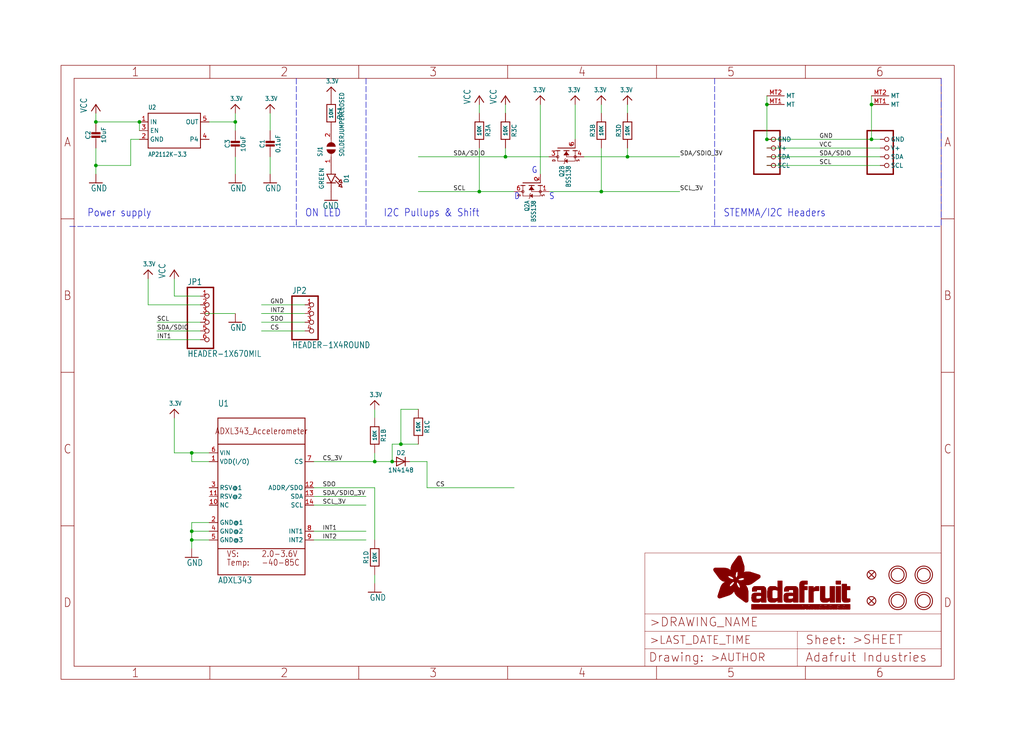
<source format=kicad_sch>
(kicad_sch (version 20211123) (generator eeschema)
  (paper "User" 298.45 217.881)
  (lib_symbols
    (symbol "eagleSchem-eagle-import:3.3V" (power)
      (property "Value" "3.3V" (at -1.524 1.016 0))
      (symbol "3.3V_1_0"
        (pin power_in line (at 0 -2.54 90) (length 2.54) (name "3.3V") (number "1"))
      )
    )
    (symbol "eagleSchem-eagle-import:ACCEL_ADXL343"
      (property "Reference" "U" (at -12.7 26.162 0))
      (property "Value" "ACCEL_ADXL343" (at -12.7 -25.4 0))
      (symbol "ACCEL_ADXL343_1_0"
        (text "-40-85C" (at 0 -20.32 0) (effects (font (size 1.778 1.5113)) (justify left bottom)))
        (text "2.0-3.6V" (at 0 -17.78 0) (effects (font (size 1.778 1.5113)) (justify left bottom)))
        (text "ADXL343_Accelerometer" (at 0 19.05 0) (effects (font (size 1.778 1.5113))))
        (text "Temp:" (at -10.16 -20.32 0) (effects (font (size 1.778 1.5113)) (justify left bottom)))
        (text "VS:" (at -10.16 -17.78 0) (effects (font (size 1.778 1.5113)) (justify left bottom)))
        (pin bidirectional line (at -15.24 10.16 0) (length 2.54) (name "VDD(I/O)") (number "1"))
        (pin bidirectional line (at -15.24 -2.54 0) (length 2.54) (name "NC") (number "10"))
        (pin bidirectional line (at -15.24 0 0) (length 2.54) (name "RSV@2") (number "11"))
        (pin bidirectional line (at 15.24 2.54 180) (length 2.54) (name "ADDR/SDO") (number "12"))
        (pin bidirectional line (at 15.24 0 180) (length 2.54) (name "SDA") (number "13"))
        (pin bidirectional line (at 15.24 -2.54 180) (length 2.54) (name "SCL") (number "14"))
        (pin bidirectional line (at -15.24 -7.62 0) (length 2.54) (name "GND@1") (number "2"))
        (pin bidirectional line (at -15.24 2.54 0) (length 2.54) (name "RSV@1") (number "3"))
        (pin bidirectional line (at -15.24 -10.16 0) (length 2.54) (name "GND@2") (number "4"))
        (pin bidirectional line (at -15.24 -12.7 0) (length 2.54) (name "GND@3") (number "5"))
        (pin bidirectional line (at -15.24 12.7 0) (length 2.54) (name "VIN") (number "6"))
        (pin bidirectional line (at 15.24 10.16 180) (length 2.54) (name "CS") (number "7"))
        (pin bidirectional line (at 15.24 -10.16 180) (length 2.54) (name "INT1") (number "8"))
        (pin bidirectional line (at 15.24 -12.7 180) (length 2.54) (name "INT2") (number "9"))
      )
    )
    (symbol "eagleSchem-eagle-import:CAP_CERAMIC0603_NO"
      (property "Reference" "C" (at -2.29 1.25 90))
      (property "Value" "CAP_CERAMIC0603_NO" (at 2.3 1.25 90))
      (symbol "CAP_CERAMIC0603_NO_1_0"
        (pin passive line (at 0 5.08 270) (length 2.54) (name "1") (number "1"))
        (pin passive line (at 0 -2.54 90) (length 2.54) (name "2") (number "2"))
      )
    )
    (symbol "eagleSchem-eagle-import:CAP_CERAMIC0805-NOOUTLINE"
      (property "Reference" "C" (at -2.29 1.25 90))
      (property "Value" "CAP_CERAMIC0805-NOOUTLINE" (at 2.3 1.25 90))
      (symbol "CAP_CERAMIC0805-NOOUTLINE_1_0"
        (pin passive line (at 0 5.08 270) (length 2.54) (name "1") (number "1"))
        (pin passive line (at 0 -2.54 90) (length 2.54) (name "2") (number "2"))
      )
    )
    (symbol "eagleSchem-eagle-import:CAP_CERAMIC_0805MP"
      (property "Reference" "C" (at -2.29 1.25 90))
      (property "Value" "CAP_CERAMIC_0805MP" (at 2.3 1.25 90))
      (symbol "CAP_CERAMIC_0805MP_1_0"
        (pin passive line (at 0 5.08 270) (length 2.54) (name "1") (number "1"))
        (pin passive line (at 0 -2.54 90) (length 2.54) (name "2") (number "2"))
      )
    )
    (symbol "eagleSchem-eagle-import:DIODESOD-323"
      (property "Reference" "D" (at 0 2.54 0))
      (property "Value" "DIODESOD-323" (at 0 -2.5 0))
      (symbol "DIODESOD-323_1_0"
        (pin passive line (at -2.54 0 0) (length 2.54) (name "A") (number "A"))
        (pin passive line (at 2.54 0 180) (length 2.54) (name "C") (number "C"))
      )
    )
    (symbol "eagleSchem-eagle-import:FIDUCIAL_1MM")
    (symbol "eagleSchem-eagle-import:FRAME_A4_ADAFRUIT"
      (symbol "FRAME_A4_ADAFRUIT_0_0"
        (text "1" (at 21.6958 1.905 0) (effects (font (size 2.54 2.286))))
        (text "1" (at 21.6958 177.165 0) (effects (font (size 2.54 2.286))))
        (text "2" (at 65.0875 1.905 0) (effects (font (size 2.54 2.286))))
        (text "2" (at 65.0875 177.165 0) (effects (font (size 2.54 2.286))))
        (text "3" (at 108.4792 1.905 0) (effects (font (size 2.54 2.286))))
        (text "3" (at 108.4792 177.165 0) (effects (font (size 2.54 2.286))))
        (text "4" (at 151.8708 1.905 0) (effects (font (size 2.54 2.286))))
        (text "4" (at 151.8708 177.165 0) (effects (font (size 2.54 2.286))))
        (text "5" (at 195.2625 1.905 0) (effects (font (size 2.54 2.286))))
        (text "5" (at 195.2625 177.165 0) (effects (font (size 2.54 2.286))))
        (text "6" (at 238.6542 1.905 0) (effects (font (size 2.54 2.286))))
        (text "6" (at 238.6542 177.165 0) (effects (font (size 2.54 2.286))))
        (text "A" (at 1.905 156.6863 0) (effects (font (size 2.54 2.286))))
        (text "A" (at 258.445 156.6863 0) (effects (font (size 2.54 2.286))))
        (text "B" (at 1.905 111.9188 0) (effects (font (size 2.54 2.286))))
        (text "B" (at 258.445 111.9188 0) (effects (font (size 2.54 2.286))))
        (text "C" (at 1.905 67.1513 0) (effects (font (size 2.54 2.286))))
        (text "C" (at 258.445 67.1513 0) (effects (font (size 2.54 2.286))))
        (text "D" (at 1.905 22.3838 0) (effects (font (size 2.54 2.286))))
        (text "D" (at 258.445 22.3838 0) (effects (font (size 2.54 2.286))))
      )
      (symbol "FRAME_A4_ADAFRUIT_1_0"
        (text ">AUTHOR" (at 189.23 5.08 0) (effects (font (size 2.286 2.286)) (justify left bottom)))
        (text ">DRAWING_NAME" (at 171.45 15.24 0) (effects (font (size 2.54 2.54)) (justify left bottom)))
        (text ">LAST_DATE_TIME" (at 171.45 10.16 0) (effects (font (size 2.286 2.286)) (justify left bottom)))
        (text ">SHEET" (at 230.505 10.16 0) (effects (font (size 2.54 2.54)) (justify left bottom)))
        (text "Adafruit Industries" (at 216.916 4.953 0) (effects (font (size 2.54 2.54)) (justify left bottom)))
        (text "Drawing:" (at 171.196 4.953 0) (effects (font (size 2.54 2.54)) (justify left bottom)))
        (text "Sheet:" (at 216.916 10.033 0) (effects (font (size 2.54 2.54)) (justify left bottom)))
      )
    )
    (symbol "eagleSchem-eagle-import:GND" (power)
      (property "Value" "GND" (at -2.54 -2.54 0))
      (symbol "GND_1_0"
        (pin power_in line (at 0 2.54 270) (length 2.54) (name "GND") (number "1"))
      )
    )
    (symbol "eagleSchem-eagle-import:HEADER-1X4ROUND"
      (property "Reference" "JP" (at -6.35 8.255 0))
      (property "Value" "HEADER-1X4ROUND" (at -6.35 -7.62 0))
      (symbol "HEADER-1X4ROUND_1_0"
        (pin passive inverted (at -2.54 5.08 0) (length 2.54) (name "1") (number "1"))
        (pin passive inverted (at -2.54 2.54 0) (length 2.54) (name "2") (number "2"))
        (pin passive inverted (at -2.54 0 0) (length 2.54) (name "3") (number "3"))
        (pin passive inverted (at -2.54 -2.54 0) (length 2.54) (name "4") (number "4"))
      )
    )
    (symbol "eagleSchem-eagle-import:HEADER-1X670MIL"
      (property "Reference" "JP" (at -6.35 10.795 0))
      (property "Value" "HEADER-1X670MIL" (at -6.35 -10.16 0))
      (symbol "HEADER-1X670MIL_1_0"
        (pin passive inverted (at -2.54 7.62 0) (length 2.54) (name "1") (number "1"))
        (pin passive inverted (at -2.54 5.08 0) (length 2.54) (name "2") (number "2"))
        (pin passive inverted (at -2.54 2.54 0) (length 2.54) (name "3") (number "3"))
        (pin passive inverted (at -2.54 0 0) (length 2.54) (name "4") (number "4"))
        (pin passive inverted (at -2.54 -2.54 0) (length 2.54) (name "5") (number "5"))
        (pin passive inverted (at -2.54 -5.08 0) (length 2.54) (name "6") (number "6"))
      )
    )
    (symbol "eagleSchem-eagle-import:LED0603_NOOUTLINE"
      (property "Reference" "D" (at -1.27 4.445 0))
      (property "Value" "LED0603_NOOUTLINE" (at -1.27 -2.794 0))
      (symbol "LED0603_NOOUTLINE_1_0"
        (pin passive line (at -5.08 0 0) (length 2.54) (name "A") (number "A"))
        (pin passive line (at 2.54 0 180) (length 2.54) (name "C") (number "C"))
      )
    )
    (symbol "eagleSchem-eagle-import:MOSFET-N_DUAL"
      (property "Reference" "Q" (at 5.08 0.635 0))
      (property "Value" "MOSFET-N_DUAL" (at 5.08 -1.27 0))
      (symbol "MOSFET-N_DUAL_1_0"
        (text "D" (at 3.175 3.175 0) (effects (font (size 0.8128 0.6908)) (justify left bottom)))
        (text "G" (at -1.27 -1.905 0) (effects (font (size 0.8128 0.6908)) (justify left bottom)))
        (text "S" (at 3.175 -3.81 0) (effects (font (size 0.8128 0.6908)) (justify left bottom)))
        (pin bidirectional line (at 2.54 -5.08 90) (length 2.54) (name "S") (number "1"))
        (pin bidirectional line (at -2.54 -2.54 0) (length 2.54) (name "G") (number "2"))
        (pin bidirectional line (at 2.54 5.08 270) (length 2.54) (name "D") (number "6"))
      )
      (symbol "MOSFET-N_DUAL_2_0"
        (text "D" (at 3.175 3.175 0) (effects (font (size 0.8128 0.6908)) (justify left bottom)))
        (text "G" (at -1.27 -1.905 0) (effects (font (size 0.8128 0.6908)) (justify left bottom)))
        (text "S" (at 3.175 -3.81 0) (effects (font (size 0.8128 0.6908)) (justify left bottom)))
        (pin bidirectional line (at 2.54 5.08 270) (length 2.54) (name "D") (number "3"))
        (pin bidirectional line (at 2.54 -5.08 90) (length 2.54) (name "S") (number "4"))
        (pin bidirectional line (at -2.54 -2.54 0) (length 2.54) (name "G") (number "5"))
      )
    )
    (symbol "eagleSchem-eagle-import:MOUNTINGHOLE2.5")
    (symbol "eagleSchem-eagle-import:RESISTOR_4PACK"
      (property "Reference" "R" (at 0 2.54 0))
      (property "Value" "RESISTOR_4PACK" (at 0 0 0))
      (symbol "RESISTOR_4PACK_1_0"
        (pin passive line (at -5.08 0 0) (length 2.54) (name "1") (number "1"))
        (pin passive line (at 5.08 0 180) (length 2.54) (name "2") (number "8"))
      )
      (symbol "RESISTOR_4PACK_2_0"
        (pin passive line (at -5.08 0 0) (length 2.54) (name "1") (number "2"))
        (pin passive line (at 5.08 0 180) (length 2.54) (name "2") (number "7"))
      )
      (symbol "RESISTOR_4PACK_3_0"
        (pin passive line (at -5.08 0 0) (length 2.54) (name "1") (number "3"))
        (pin passive line (at 5.08 0 180) (length 2.54) (name "2") (number "6"))
      )
      (symbol "RESISTOR_4PACK_4_0"
        (pin passive line (at -5.08 0 0) (length 2.54) (name "1") (number "4"))
        (pin passive line (at 5.08 0 180) (length 2.54) (name "2") (number "5"))
      )
    )
    (symbol "eagleSchem-eagle-import:SOLDERJUMPERCLOSED"
      (property "Reference" "SJ" (at -2.54 2.54 0))
      (property "Value" "SOLDERJUMPERCLOSED" (at -2.54 -3.81 0))
      (symbol "SOLDERJUMPERCLOSED_1_0"
        (pin passive line (at -5.08 0 0) (length 2.54) (name "1") (number "1"))
        (pin passive line (at 5.08 0 180) (length 2.54) (name "2") (number "2"))
      )
    )
    (symbol "eagleSchem-eagle-import:STEMMA_I2C_QT"
      (symbol "STEMMA_I2C_QT_1_0"
        (pin passive inverted (at 0 5.08 0) (length 2.54) (name "GND") (number "1"))
        (pin passive inverted (at 0 2.54 0) (length 2.54) (name "V+") (number "2"))
        (pin passive inverted (at 0 0 0) (length 2.54) (name "SDA") (number "3"))
        (pin passive inverted (at 0 -2.54 0) (length 2.54) (name "SCL") (number "4"))
      )
      (symbol "STEMMA_I2C_QT_2_0"
        (pin bidirectional line (at 0 0 0) (length 5.08) (name "MT") (number "MT1"))
      )
      (symbol "STEMMA_I2C_QT_3_0"
        (pin bidirectional line (at 0 0 0) (length 5.08) (name "MT") (number "MT2"))
      )
    )
    (symbol "eagleSchem-eagle-import:VCC" (power)
      (property "Value" "VCC" (at -2.54 -2.54 90))
      (symbol "VCC_1_0"
        (pin power_in line (at 0 -2.54 90) (length 2.54) (name "VCC") (number "1"))
      )
    )
    (symbol "eagleSchem-eagle-import:VREG_SOT23-5"
      (property "Reference" "U" (at -7.62 6.096 0))
      (property "Value" "VREG_SOT23-5" (at -7.62 -7.62 0))
      (symbol "VREG_SOT23-5_1_0"
        (pin power_in line (at -10.16 2.54 0) (length 2.54) (name "IN") (number "1"))
        (pin power_in line (at -10.16 -2.54 0) (length 2.54) (name "GND") (number "2"))
        (pin input line (at -10.16 0 0) (length 2.54) (name "EN") (number "3"))
        (pin bidirectional line (at 10.16 -2.54 180) (length 2.54) (name "P4") (number "4"))
        (pin power_in line (at 10.16 2.54 180) (length 2.54) (name "OUT") (number "5"))
      )
    )
  )
  (junction (at 147.32 45.72))
  (junction (at 27.94 48.26))
  (junction (at 254 40.64))
  (junction (at 139.7 55.88))
  (junction (at 114.3 134.62))
  (junction (at 254 30.48))
  (junction (at 55.88 132.08))
  (junction (at 223.52 40.64))
  (junction (at 182.88 45.72))
  (junction (at 223.52 30.48))
  (junction (at 109.22 134.62))
  (junction (at 68.58 35.56))
  (junction (at 40.64 35.56))
  (junction (at 175.26 55.88))
  (junction (at 27.94 35.56))
  (junction (at 55.88 154.94))
  (junction (at 55.88 157.48))
  (junction (at 116.84 129.54))
  (wire (pts (xy 109.22 167.64) (xy 109.22 170.18)))
  (wire (pts (xy 58.42 86.36) (xy 50.8 86.36)))
  (wire (pts (xy 139.7 55.88) (xy 121.92 55.88)))
  (wire (pts (xy 78.74 33.02) (xy 78.74 38.1)))
  (wire (pts (xy 109.22 134.62) (xy 91.44 134.62)))
  (wire (pts (xy 175.26 43.18) (xy 175.26 55.88)))
  (wire (pts (xy 38.1 40.64) (xy 38.1 48.26)))
  (wire (pts (xy 68.58 35.56) (xy 68.58 38.1)))
  (wire (pts (xy 114.3 134.62) (xy 114.3 129.54)))
  (wire (pts (xy 256.54 40.64) (xy 254 40.64)))
  (wire (pts (xy 58.42 88.9) (xy 43.18 88.9)))
  (wire (pts (xy 147.32 33.02) (xy 147.32 30.48)))
  (wire (pts (xy 160.02 55.88) (xy 175.26 55.88)))
  (wire (pts (xy 182.88 33.02) (xy 182.88 30.48)))
  (wire (pts (xy 60.96 35.56) (xy 68.58 35.56)))
  (wire (pts (xy 68.58 35.56) (xy 68.58 33.02)))
  (polyline (pts (xy 86.36 66.04) (xy 106.68 66.04)))
  (polyline (pts (xy 208.28 22.86) (xy 208.28 66.04)))
  (wire (pts (xy 60.96 152.4) (xy 55.88 152.4)))
  (wire (pts (xy 58.42 99.06) (xy 45.72 99.06)))
  (wire (pts (xy 157.48 50.8) (xy 157.48 30.48)))
  (wire (pts (xy 116.84 129.54) (xy 121.92 129.54)))
  (wire (pts (xy 223.52 27.94) (xy 223.52 30.48)))
  (wire (pts (xy 139.7 30.48) (xy 139.7 33.02)))
  (wire (pts (xy 182.88 45.72) (xy 198.12 45.72)))
  (wire (pts (xy 170.18 45.72) (xy 182.88 45.72)))
  (wire (pts (xy 55.88 134.62) (xy 55.88 132.08)))
  (wire (pts (xy 147.32 43.18) (xy 147.32 45.72)))
  (polyline (pts (xy 106.68 22.86) (xy 106.68 66.04)))
  (wire (pts (xy 50.8 132.08) (xy 55.88 132.08)))
  (wire (pts (xy 109.22 134.62) (xy 114.3 134.62)))
  (wire (pts (xy 167.64 40.64) (xy 167.64 30.48)))
  (wire (pts (xy 38.1 48.26) (xy 27.94 48.26)))
  (wire (pts (xy 160.02 45.72) (xy 147.32 45.72)))
  (polyline (pts (xy 86.36 22.86) (xy 86.36 66.04)))
  (wire (pts (xy 55.88 152.4) (xy 55.88 154.94)))
  (wire (pts (xy 91.44 154.94) (xy 106.68 154.94)))
  (wire (pts (xy 91.44 144.78) (xy 106.68 144.78)))
  (wire (pts (xy 116.84 119.38) (xy 116.84 129.54)))
  (wire (pts (xy 50.8 86.36) (xy 50.8 81.28)))
  (wire (pts (xy 121.92 119.38) (xy 116.84 119.38)))
  (wire (pts (xy 27.94 48.26) (xy 27.94 50.8)))
  (wire (pts (xy 256.54 45.72) (xy 223.52 45.72)))
  (wire (pts (xy 182.88 43.18) (xy 182.88 45.72)))
  (wire (pts (xy 60.96 134.62) (xy 55.88 134.62)))
  (polyline (pts (xy 274.32 22.86) (xy 274.32 66.04)))
  (wire (pts (xy 254 40.64) (xy 223.52 40.64)))
  (wire (pts (xy 58.42 96.52) (xy 45.72 96.52)))
  (wire (pts (xy 124.46 134.62) (xy 119.38 134.62)))
  (wire (pts (xy 124.46 142.24) (xy 149.86 142.24)))
  (wire (pts (xy 43.18 88.9) (xy 43.18 81.28)))
  (wire (pts (xy 88.9 96.52) (xy 76.2 96.52)))
  (wire (pts (xy 58.42 93.98) (xy 45.72 93.98)))
  (wire (pts (xy 88.9 88.9) (xy 76.2 88.9)))
  (polyline (pts (xy 20.32 66.04) (xy 86.36 66.04)))
  (wire (pts (xy 55.88 157.48) (xy 55.88 160.02)))
  (wire (pts (xy 55.88 154.94) (xy 55.88 157.48)))
  (wire (pts (xy 147.32 45.72) (xy 121.92 45.72)))
  (wire (pts (xy 223.52 48.26) (xy 256.54 48.26)))
  (wire (pts (xy 109.22 142.24) (xy 109.22 157.48)))
  (polyline (pts (xy 106.68 66.04) (xy 208.28 66.04)))
  (wire (pts (xy 60.96 157.48) (xy 55.88 157.48)))
  (wire (pts (xy 175.26 55.88) (xy 198.12 55.88)))
  (wire (pts (xy 139.7 43.18) (xy 139.7 55.88)))
  (wire (pts (xy 91.44 147.32) (xy 106.68 147.32)))
  (wire (pts (xy 68.58 45.72) (xy 68.58 50.8)))
  (wire (pts (xy 223.52 30.48) (xy 223.52 40.64)))
  (wire (pts (xy 254 27.94) (xy 254 30.48)))
  (wire (pts (xy 91.44 142.24) (xy 109.22 142.24)))
  (wire (pts (xy 254 30.48) (xy 254 40.64)))
  (wire (pts (xy 40.64 38.1) (xy 40.64 35.56)))
  (wire (pts (xy 55.88 132.08) (xy 60.96 132.08)))
  (wire (pts (xy 109.22 134.62) (xy 109.22 132.08)))
  (wire (pts (xy 78.74 45.72) (xy 78.74 50.8)))
  (polyline (pts (xy 208.28 66.04) (xy 274.32 66.04)))
  (wire (pts (xy 40.64 40.64) (xy 38.1 40.64)))
  (wire (pts (xy 109.22 119.38) (xy 109.22 121.92)))
  (wire (pts (xy 60.96 154.94) (xy 55.88 154.94)))
  (wire (pts (xy 40.64 35.56) (xy 27.94 35.56)))
  (wire (pts (xy 91.44 157.48) (xy 106.68 157.48)))
  (wire (pts (xy 124.46 134.62) (xy 124.46 142.24)))
  (wire (pts (xy 76.2 91.44) (xy 88.9 91.44)))
  (wire (pts (xy 58.42 91.44) (xy 68.58 91.44)))
  (wire (pts (xy 27.94 33.02) (xy 27.94 35.56)))
  (wire (pts (xy 175.26 33.02) (xy 175.26 30.48)))
  (wire (pts (xy 50.8 132.08) (xy 50.8 121.92)))
  (wire (pts (xy 149.86 55.88) (xy 139.7 55.88)))
  (wire (pts (xy 27.94 48.26) (xy 27.94 43.18)))
  (wire (pts (xy 114.3 129.54) (xy 116.84 129.54)))
  (wire (pts (xy 88.9 93.98) (xy 76.2 93.98)))
  (wire (pts (xy 223.52 43.18) (xy 256.54 43.18)))
  (text "S" (at 160.02 58.42 180) (effects (font (size 1.778 1.5113)) (justify left bottom)))
  (text "D" (at 149.86 58.42 180) (effects (font (size 1.778 1.5113)) (justify left bottom)))
  (text "STEMMA/I2C Headers" (at 210.82 63.5 180) (effects (font (size 2.1844 1.8567)) (justify left bottom)))
  (text "Power supply" (at 25.4 63.5 180) (effects (font (size 2.1844 1.8567)) (justify left bottom)))
  (text "G" (at 154.94 50.8 180) (effects (font (size 1.778 1.5113)) (justify left bottom)))
  (text "I2C Pullups & Shift" (at 111.76 63.5 180) (effects (font (size 2.1844 1.8567)) (justify left bottom)))
  (text "ON LED" (at 88.9 63.5 180) (effects (font (size 2.1844 1.8567)) (justify left bottom)))
  (label "SDA/SDIO_3V" (at 93.98 144.78 0) (effects (font (size 1.2446 1.2446))))
  (label "CS" (at 127 142.24 0) (effects (font (size 1.2446 1.2446))))
  (label "SDA/SDIO" (at 238.76 45.72 0) (effects (font (size 1.2446 1.2446))))
  (label "SCL_3V" (at 93.98 147.32 0) (effects (font (size 1.2446 1.2446))))
  (label "SCL_3V" (at 198.12 55.88 0) (effects (font (size 1.2446 1.2446))))
  (label "SCL" (at 238.76 48.26 0) (effects (font (size 1.2446 1.2446))))
  (label "CS_3V" (at 93.98 134.62 0) (effects (font (size 1.2446 1.2446))))
  (label "INT1" (at 93.98 154.94 0) (effects (font (size 1.2446 1.2446))))
  (label "SDO" (at 78.74 93.98 0) (effects (font (size 1.2446 1.2446))))
  (label "SDA/SDIO" (at 45.72 96.52 0) (effects (font (size 1.2446 1.2446))))
  (label "SDA/SDIO" (at 132.08 45.72 0) (effects (font (size 1.2446 1.2446))))
  (label "VCC" (at 238.76 43.18 0) (effects (font (size 1.2446 1.2446))))
  (label "GND" (at 238.76 40.64 0) (effects (font (size 1.2446 1.2446))))
  (label "SCL" (at 132.08 55.88 0) (effects (font (size 1.2446 1.2446))))
  (label "SDO" (at 93.98 142.24 0) (effects (font (size 1.2446 1.2446))))
  (label "SDA/SDIO_3V" (at 198.12 45.72 0) (effects (font (size 1.2446 1.2446))))
  (label "INT2" (at 78.74 91.44 0) (effects (font (size 1.2446 1.2446))))
  (label "CS" (at 78.74 96.52 0) (effects (font (size 1.2446 1.2446))))
  (label "GND" (at 78.74 88.9 0) (effects (font (size 1.2446 1.2446))))
  (label "INT1" (at 45.72 99.06 0) (effects (font (size 1.2446 1.2446))))
  (label "INT2" (at 93.98 157.48 0) (effects (font (size 1.2446 1.2446))))
  (label "SCL" (at 45.72 93.98 0) (effects (font (size 1.2446 1.2446))))
  (symbol (lib_id "eagleSchem-eagle-import:MOSFET-N_DUAL") (at 154.94 53.34 90) (mirror x) (unit 1)
    (property "Reference" "Q2" (at 154.305 58.42 0) (effects (font (size 1.27 1.0795)) (justify left bottom)))
    (property "Value" "BSS138" (at 156.21 58.42 0) (effects (font (size 1.27 1.0795)) (justify left bottom)))
    (property "Footprint" "eagleSchem:SOT363" (effects hide))
  )
  (symbol (lib_id "eagleSchem-eagle-import:MOSFET-N_DUAL") (at 165.1 43.18 90) (mirror x) (unit 2)
    (property "Reference" "Q2" (at 164.465 48.26 0) (effects (font (size 1.27 1.0795)) (justify left bottom)))
    (property "Value" "BSS138" (at 166.37 48.26 0) (effects (font (size 1.27 1.0795)) (justify left bottom)))
    (property "Footprint" "eagleSchem:SOT363" (effects hide))
  )
  (symbol (lib_id "eagleSchem-eagle-import:3.3V") (at 68.58 30.48 0) (unit 1)
    (property "Reference" "#U$15" (effects hide))
    (property "Value" "3.3V" (at 67.056 29.464 0) (effects (font (size 1.27 1.0795)) (justify left bottom)))
    (property "Footprint" "eagleSchem:" (effects hide))
  )
  (symbol (lib_id "eagleSchem-eagle-import:SOLDERJUMPERCLOSED") (at 96.52 43.18 90) (unit 1)
    (property "Reference" "SJ1" (at 93.98 45.72 0) (effects (font (size 1.27 1.0795)) (justify left bottom)))
    (property "Value" "SOLDERJUMPERCLOSED" (at 100.33 45.72 0) (effects (font (size 1.27 1.0795)) (justify left bottom)))
    (property "Footprint" "eagleSchem:SOLDERJUMPER_CLOSEDWIRE" (effects hide))
  )
  (symbol (lib_id "eagleSchem-eagle-import:VCC") (at 139.7 27.94 0) (unit 1)
    (property "Reference" "#P+1" (effects hide))
    (property "Value" "VCC" (at 137.16 30.48 90) (effects (font (size 1.778 1.5113)) (justify left bottom)))
    (property "Footprint" "eagleSchem:" (effects hide))
  )
  (symbol (lib_id "eagleSchem-eagle-import:VREG_SOT23-5") (at 50.8 38.1 0) (unit 1)
    (property "Reference" "U2" (at 43.18 32.004 0) (effects (font (size 1.27 1.0795)) (justify left bottom)))
    (property "Value" "AP2112K-3.3" (at 43.18 45.72 0) (effects (font (size 1.27 1.0795)) (justify left bottom)))
    (property "Footprint" "eagleSchem:SOT23-5" (effects hide))
  )
  (symbol (lib_id "eagleSchem-eagle-import:STEMMA_I2C_QT") (at 256.54 45.72 0) (unit 1)
    (property "Reference" "CONN4" (effects hide))
    (property "Value" "STEMMA_I2C_QT" (effects hide))
    (property "Footprint" "eagleSchem:JST_SH4" (effects hide))
  )
  (symbol (lib_id "eagleSchem-eagle-import:3.3V") (at 167.64 27.94 0) (mirror y) (unit 1)
    (property "Reference" "#U$23" (effects hide))
    (property "Value" "3.3V" (at 169.164 26.924 0) (effects (font (size 1.27 1.0795)) (justify left bottom)))
    (property "Footprint" "eagleSchem:" (effects hide))
  )
  (symbol (lib_id "eagleSchem-eagle-import:GND") (at 68.58 53.34 0) (unit 1)
    (property "Reference" "#U$5" (effects hide))
    (property "Value" "GND" (at 67.056 55.88 0) (effects (font (size 1.778 1.5113)) (justify left bottom)))
    (property "Footprint" "eagleSchem:" (effects hide))
  )
  (symbol (lib_id "eagleSchem-eagle-import:MOUNTINGHOLE2.5") (at 269.24 175.26 0) (unit 1)
    (property "Reference" "U$21" (effects hide))
    (property "Value" "MOUNTINGHOLE2.5" (effects hide))
    (property "Footprint" "eagleSchem:MOUNTINGHOLE_2.5_PLATED" (effects hide))
  )
  (symbol (lib_id "eagleSchem-eagle-import:CAP_CERAMIC0603_NO") (at 78.74 43.18 0) (unit 1)
    (property "Reference" "C1" (at 76.45 41.93 90))
    (property "Value" "0.1uF" (at 81.04 41.93 90))
    (property "Footprint" "eagleSchem:0603-NO" (effects hide))
  )
  (symbol (lib_id "eagleSchem-eagle-import:VCC") (at 27.94 30.48 0) (unit 1)
    (property "Reference" "#P+3" (effects hide))
    (property "Value" "VCC" (at 25.4 33.02 90) (effects (font (size 1.778 1.5113)) (justify left bottom)))
    (property "Footprint" "eagleSchem:" (effects hide))
  )
  (symbol (lib_id "eagleSchem-eagle-import:FIDUCIAL_1MM") (at 254 167.64 0) (unit 1)
    (property "Reference" "FID4" (effects hide))
    (property "Value" "FIDUCIAL_1MM" (effects hide))
    (property "Footprint" "eagleSchem:FIDUCIAL_1MM" (effects hide))
  )
  (symbol (lib_id "eagleSchem-eagle-import:RESISTOR_4PACK") (at 182.88 38.1 90) (mirror x) (unit 4)
    (property "Reference" "R3" (at 180.34 38.1 0))
    (property "Value" "10K" (at 182.88 38.1 0) (effects (font (size 1.016 1.016) bold)))
    (property "Footprint" "eagleSchem:RESPACK_4X0603" (effects hide))
  )
  (symbol (lib_id "eagleSchem-eagle-import:CAP_CERAMIC0805-NOOUTLINE") (at 68.58 43.18 0) (unit 1)
    (property "Reference" "C3" (at 66.29 41.93 90))
    (property "Value" "10uF" (at 70.88 41.93 90))
    (property "Footprint" "eagleSchem:0805-NO" (effects hide))
  )
  (symbol (lib_id "eagleSchem-eagle-import:STEMMA_I2C_QT") (at 223.52 45.72 0) (unit 1)
    (property "Reference" "CONN3" (effects hide))
    (property "Value" "STEMMA_I2C_QT" (effects hide))
    (property "Footprint" "eagleSchem:JST_SH4" (effects hide))
  )
  (symbol (lib_id "eagleSchem-eagle-import:3.3V") (at 182.88 27.94 0) (mirror y) (unit 1)
    (property "Reference" "#U$7" (effects hide))
    (property "Value" "3.3V" (at 184.404 26.924 0) (effects (font (size 1.27 1.0795)) (justify left bottom)))
    (property "Footprint" "eagleSchem:" (effects hide))
  )
  (symbol (lib_id "eagleSchem-eagle-import:3.3V") (at 109.22 116.84 0) (unit 1)
    (property "Reference" "#U$12" (effects hide))
    (property "Value" "3.3V" (at 107.696 115.824 0) (effects (font (size 1.27 1.0795)) (justify left bottom)))
    (property "Footprint" "eagleSchem:" (effects hide))
  )
  (symbol (lib_id "eagleSchem-eagle-import:3.3V") (at 157.48 27.94 0) (mirror y) (unit 1)
    (property "Reference" "#U$26" (effects hide))
    (property "Value" "3.3V" (at 159.004 26.924 0) (effects (font (size 1.27 1.0795)) (justify left bottom)))
    (property "Footprint" "eagleSchem:" (effects hide))
  )
  (symbol (lib_id "eagleSchem-eagle-import:ACCEL_ADXL343") (at 76.2 144.78 0) (unit 1)
    (property "Reference" "U1" (at 63.5 118.618 0) (effects (font (size 1.778 1.5113)) (justify left bottom)))
    (property "Value" "ADXL343" (at 63.5 170.18 0) (effects (font (size 1.778 1.5113)) (justify left bottom)))
    (property "Footprint" "eagleSchem:LGA14" (effects hide))
  )
  (symbol (lib_id "eagleSchem-eagle-import:RESISTOR_4PACK") (at 109.22 162.56 90) (unit 4)
    (property "Reference" "R1" (at 106.68 162.56 0))
    (property "Value" "10K" (at 109.22 162.56 0) (effects (font (size 1.016 1.016) bold)))
    (property "Footprint" "eagleSchem:RESPACK_4X0603" (effects hide))
  )
  (symbol (lib_id "eagleSchem-eagle-import:STEMMA_I2C_QT") (at 254 27.94 0) (unit 3)
    (property "Reference" "CONN4" (effects hide))
    (property "Value" "STEMMA_I2C_QT" (effects hide))
    (property "Footprint" "eagleSchem:JST_SH4" (effects hide))
  )
  (symbol (lib_id "eagleSchem-eagle-import:GND") (at 55.88 162.56 0) (unit 1)
    (property "Reference" "#U$2" (effects hide))
    (property "Value" "GND" (at 54.356 165.1 0) (effects (font (size 1.778 1.5113)) (justify left bottom)))
    (property "Footprint" "eagleSchem:" (effects hide))
  )
  (symbol (lib_id "eagleSchem-eagle-import:GND") (at 27.94 53.34 0) (unit 1)
    (property "Reference" "#U$13" (effects hide))
    (property "Value" "GND" (at 26.416 55.88 0) (effects (font (size 1.778 1.5113)) (justify left bottom)))
    (property "Footprint" "eagleSchem:" (effects hide))
  )
  (symbol (lib_id "eagleSchem-eagle-import:3.3V") (at 50.8 119.38 0) (unit 1)
    (property "Reference" "#U$9" (effects hide))
    (property "Value" "3.3V" (at 49.276 118.364 0) (effects (font (size 1.27 1.0795)) (justify left bottom)))
    (property "Footprint" "eagleSchem:" (effects hide))
  )
  (symbol (lib_id "eagleSchem-eagle-import:LED0603_NOOUTLINE") (at 96.52 53.34 270) (unit 1)
    (property "Reference" "D1" (at 100.965 52.07 0))
    (property "Value" "GREEN" (at 93.726 52.07 0))
    (property "Footprint" "eagleSchem:CHIPLED_0603_NOOUTLINE" (effects hide))
  )
  (symbol (lib_id "eagleSchem-eagle-import:MOUNTINGHOLE2.5") (at 261.62 175.26 0) (unit 1)
    (property "Reference" "U$1" (effects hide))
    (property "Value" "MOUNTINGHOLE2.5" (effects hide))
    (property "Footprint" "eagleSchem:MOUNTINGHOLE_2.5_PLATED" (effects hide))
  )
  (symbol (lib_id "eagleSchem-eagle-import:FRAME_A4_ADAFRUIT") (at 17.78 198.12 0) (unit 1)
    (property "Reference" "#U$18" (effects hide))
    (property "Value" "FRAME_A4_ADAFRUIT" (effects hide))
    (property "Footprint" "eagleSchem:" (effects hide))
  )
  (symbol (lib_id "eagleSchem-eagle-import:HEADER-1X670MIL") (at 60.96 93.98 0) (unit 1)
    (property "Reference" "JP1" (at 54.61 83.185 0) (effects (font (size 1.778 1.5113)) (justify left bottom)))
    (property "Value" "HEADER-1X670MIL" (at 54.61 104.14 0) (effects (font (size 1.778 1.5113)) (justify left bottom)))
    (property "Footprint" "eagleSchem:1X06_ROUND_70" (effects hide))
  )
  (symbol (lib_id "eagleSchem-eagle-import:RESISTOR_4PACK") (at 147.32 38.1 270) (unit 3)
    (property "Reference" "R3" (at 149.86 38.1 0))
    (property "Value" "10K" (at 147.32 38.1 0) (effects (font (size 1.016 1.016) bold)))
    (property "Footprint" "eagleSchem:RESPACK_4X0603" (effects hide))
  )
  (symbol (lib_id "eagleSchem-eagle-import:MOUNTINGHOLE2.5") (at 261.62 167.64 0) (unit 1)
    (property "Reference" "U$17" (effects hide))
    (property "Value" "MOUNTINGHOLE2.5" (effects hide))
    (property "Footprint" "eagleSchem:MOUNTINGHOLE_2.5_PLATED" (effects hide))
  )
  (symbol (lib_id "eagleSchem-eagle-import:RESISTOR_4PACK") (at 175.26 38.1 90) (mirror x) (unit 2)
    (property "Reference" "R3" (at 172.72 38.1 0))
    (property "Value" "10K" (at 175.26 38.1 0) (effects (font (size 1.016 1.016) bold)))
    (property "Footprint" "eagleSchem:RESPACK_4X0603" (effects hide))
  )
  (symbol (lib_id "eagleSchem-eagle-import:VCC") (at 50.8 78.74 0) (unit 1)
    (property "Reference" "#P+4" (effects hide))
    (property "Value" "VCC" (at 48.26 81.28 90) (effects (font (size 1.778 1.5113)) (justify left bottom)))
    (property "Footprint" "eagleSchem:" (effects hide))
  )
  (symbol (lib_id "eagleSchem-eagle-import:3.3V") (at 96.52 25.4 0) (unit 1)
    (property "Reference" "#U$3" (effects hide))
    (property "Value" "3.3V" (at 94.996 24.384 0) (effects (font (size 1.27 1.0795)) (justify left bottom)))
    (property "Footprint" "eagleSchem:" (effects hide))
  )
  (symbol (lib_id "eagleSchem-eagle-import:GND") (at 68.58 93.98 0) (unit 1)
    (property "Reference" "#U$10" (effects hide))
    (property "Value" "GND" (at 67.056 96.52 0) (effects (font (size 1.778 1.5113)) (justify left bottom)))
    (property "Footprint" "eagleSchem:" (effects hide))
  )
  (symbol (lib_id "eagleSchem-eagle-import:HEADER-1X4ROUND") (at 91.44 93.98 0) (unit 1)
    (property "Reference" "JP2" (at 85.09 85.725 0) (effects (font (size 1.778 1.5113)) (justify left bottom)))
    (property "Value" "HEADER-1X4ROUND" (at 85.09 101.6 0) (effects (font (size 1.778 1.5113)) (justify left bottom)))
    (property "Footprint" "eagleSchem:1X04_ROUND" (effects hide))
  )
  (symbol (lib_id "eagleSchem-eagle-import:GND") (at 96.52 58.42 0) (unit 1)
    (property "Reference" "#GND6" (effects hide))
    (property "Value" "GND" (at 93.98 60.96 0) (effects (font (size 1.778 1.5113)) (justify left bottom)))
    (property "Footprint" "eagleSchem:" (effects hide))
  )
  (symbol (lib_id "eagleSchem-eagle-import:RESISTOR_4PACK") (at 109.22 127 270) (unit 2)
    (property "Reference" "R1" (at 111.76 127 0))
    (property "Value" "10K" (at 109.22 127 0) (effects (font (size 1.016 1.016) bold)))
    (property "Footprint" "eagleSchem:RESPACK_4X0603" (effects hide))
  )
  (symbol (lib_id "eagleSchem-eagle-import:RESISTOR_4PACK") (at 139.7 38.1 270) (unit 1)
    (property "Reference" "R3" (at 142.24 38.1 0))
    (property "Value" "10K" (at 139.7 38.1 0) (effects (font (size 1.016 1.016) bold)))
    (property "Footprint" "eagleSchem:RESPACK_4X0603" (effects hide))
  )
  (symbol (lib_id "eagleSchem-eagle-import:3.3V") (at 78.74 30.48 0) (unit 1)
    (property "Reference" "#U$14" (effects hide))
    (property "Value" "3.3V" (at 77.216 29.464 0) (effects (font (size 1.27 1.0795)) (justify left bottom)))
    (property "Footprint" "eagleSchem:" (effects hide))
  )
  (symbol (lib_id "eagleSchem-eagle-import:STEMMA_I2C_QT") (at 223.52 27.94 0) (unit 3)
    (property "Reference" "CONN3" (effects hide))
    (property "Value" "STEMMA_I2C_QT" (effects hide))
    (property "Footprint" "eagleSchem:JST_SH4" (effects hide))
  )
  (symbol (lib_id "eagleSchem-eagle-import:STEMMA_I2C_QT") (at 223.52 30.48 0) (unit 2)
    (property "Reference" "CONN3" (effects hide))
    (property "Value" "STEMMA_I2C_QT" (effects hide))
    (property "Footprint" "eagleSchem:JST_SH4" (effects hide))
  )
  (symbol (lib_id "eagleSchem-eagle-import:3.3V") (at 43.18 78.74 0) (unit 1)
    (property "Reference" "#U$16" (effects hide))
    (property "Value" "3.3V" (at 41.656 77.724 0) (effects (font (size 1.27 1.0795)) (justify left bottom)))
    (property "Footprint" "eagleSchem:" (effects hide))
  )
  (symbol (lib_id "eagleSchem-eagle-import:GND") (at 78.74 53.34 0) (unit 1)
    (property "Reference" "#U$6" (effects hide))
    (property "Value" "GND" (at 77.216 55.88 0) (effects (font (size 1.778 1.5113)) (justify left bottom)))
    (property "Footprint" "eagleSchem:" (effects hide))
  )
  (symbol (lib_id "eagleSchem-eagle-import:STEMMA_I2C_QT") (at 254 30.48 0) (unit 2)
    (property "Reference" "CONN4" (effects hide))
    (property "Value" "STEMMA_I2C_QT" (effects hide))
    (property "Footprint" "eagleSchem:JST_SH4" (effects hide))
  )
  (symbol (lib_id "eagleSchem-eagle-import:RESISTOR_4PACK") (at 96.52 33.02 270) (unit 1)
    (property "Reference" "R1" (at 99.06 33.02 0))
    (property "Value" "10K" (at 96.52 33.02 0) (effects (font (size 1.016 1.016) bold)))
    (property "Footprint" "eagleSchem:RESPACK_4X0603" (effects hide))
  )
  (symbol (lib_id "eagleSchem-eagle-import:3.3V") (at 175.26 27.94 0) (mirror y) (unit 1)
    (property "Reference" "#U$24" (effects hide))
    (property "Value" "3.3V" (at 176.784 26.924 0) (effects (font (size 1.27 1.0795)) (justify left bottom)))
    (property "Footprint" "eagleSchem:" (effects hide))
  )
  (symbol (lib_id "eagleSchem-eagle-import:RESISTOR_4PACK") (at 121.92 124.46 270) (unit 3)
    (property "Reference" "R1" (at 124.46 124.46 0))
    (property "Value" "10K" (at 121.92 124.46 0) (effects (font (size 1.016 1.016) bold)))
    (property "Footprint" "eagleSchem:RESPACK_4X0603" (effects hide))
  )
  (symbol (lib_id "eagleSchem-eagle-import:GND") (at 109.22 172.72 0) (unit 1)
    (property "Reference" "#U$8" (effects hide))
    (property "Value" "GND" (at 107.696 175.26 0) (effects (font (size 1.778 1.5113)) (justify left bottom)))
    (property "Footprint" "eagleSchem:" (effects hide))
  )
  (symbol (lib_id "eagleSchem-eagle-import:DIODESOD-323") (at 116.84 134.62 0) (unit 1)
    (property "Reference" "D2" (at 116.84 132.08 0))
    (property "Value" "1N4148" (at 116.84 137.12 0))
    (property "Footprint" "eagleSchem:SOD-323" (effects hide))
  )
  (symbol (lib_id "eagleSchem-eagle-import:CAP_CERAMIC_0805MP") (at 27.94 40.64 0) (unit 1)
    (property "Reference" "C2" (at 25.65 39.39 90))
    (property "Value" "10uF" (at 30.24 39.39 90))
    (property "Footprint" "eagleSchem:_0805MP" (effects hide))
  )
  (symbol (lib_id "eagleSchem-eagle-import:VCC") (at 147.32 27.94 0) (unit 1)
    (property "Reference" "#P+2" (effects hide))
    (property "Value" "VCC" (at 144.78 30.48 90) (effects (font (size 1.778 1.5113)) (justify left bottom)))
    (property "Footprint" "eagleSchem:" (effects hide))
  )
  (symbol (lib_id "eagleSchem-eagle-import:MOUNTINGHOLE2.5") (at 269.24 167.64 0) (unit 1)
    (property "Reference" "U$19" (effects hide))
    (property "Value" "MOUNTINGHOLE2.5" (effects hide))
    (property "Footprint" "eagleSchem:MOUNTINGHOLE_2.5_PLATED" (effects hide))
  )
  (symbol (lib_id "eagleSchem-eagle-import:FIDUCIAL_1MM") (at 254 175.26 0) (unit 1)
    (property "Reference" "FID3" (effects hide))
    (property "Value" "FIDUCIAL_1MM" (effects hide))
    (property "Footprint" "eagleSchem:FIDUCIAL_1MM" (effects hide))
  )
)
</source>
